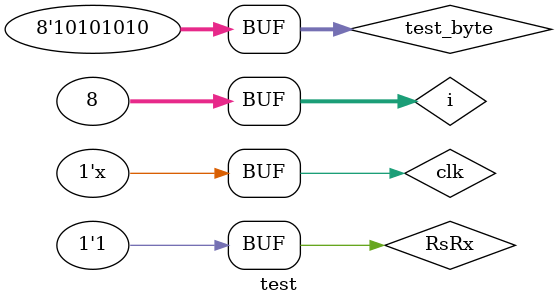
<source format=v>
`timescale 1ns / 1ps
`define HALFTICK 52083
`define FULLTICK 104166

// TODO: define half cycle and full cycle
module test;

  reg clk = 1'b0;
  reg RsRx = 1'b1;
  wire [7:0] led;
  reg [7:0] test_byte = 8'hAA;
  integer i=0;
  
  top i_top(
    .clk(clk),
    .RsRx(RsRx),
    .led(led)
  );
  
  initial begin
    //$dumpfile("dump.vcd");
    //$dumpvars(1);
    #`FULLTICK;
    // Start high
    RsRx = 1'b1;
    // Start bit
    #`FULLTICK RsRx = 1'b0;
    // Send byte
    for (i=0; i<8; i=i+1) begin
      #`FULLTICK RsRx = test_byte[i];
    end 
    // Stop bit
    #`FULLTICK RsRx = 1'b1;
    //#200 $finish;
  end
  
  always begin
    #5 clk = ~clk;
  end
   
endmodule


</source>
